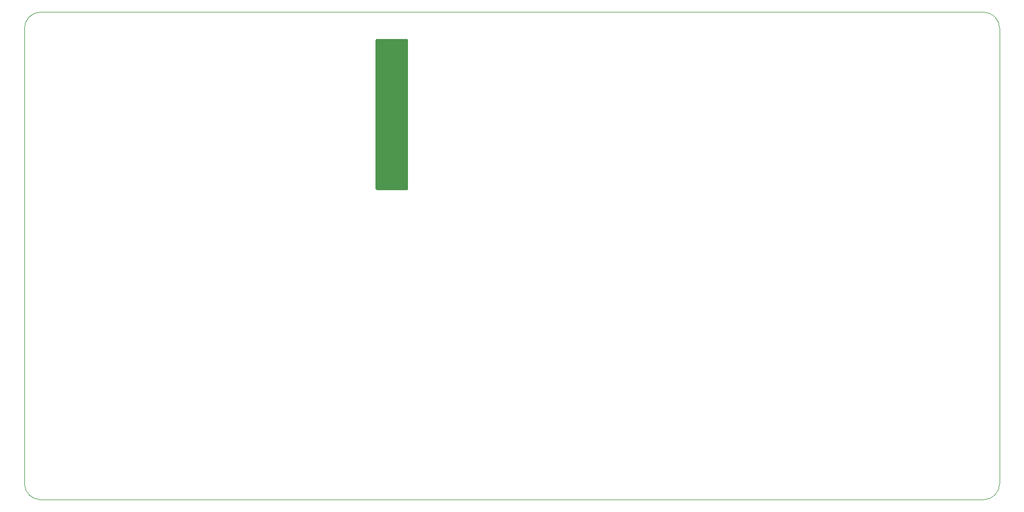
<source format=gbr>
G04*
G04 #@! TF.GenerationSoftware,Altium Limited,Altium Designer,25.5.2 (35)*
G04*
G04 Layer_Color=0*
%FSLAX25Y25*%
%MOIN*%
G70*
G04*
G04 #@! TF.SameCoordinates,CCCDE38D-7695-4EB3-ABC8-F25FB468ABE4*
G04*
G04*
G04 #@! TF.FilePolarity,Positive*
G04*
G01*
G75*
%ADD217C,0.00100*%
G36*
X316000Y291500D02*
Y382500D01*
Y382699D01*
X316152Y383066D01*
X316434Y383348D01*
X316801Y383500D01*
X317000D01*
D01*
X335000D01*
X335199D01*
X335566Y383348D01*
X335848Y383066D01*
X336000Y382699D01*
Y382500D01*
D01*
Y291500D01*
Y291301D01*
X335848Y290933D01*
X335566Y290652D01*
X335199Y290500D01*
X335000D01*
D01*
X317000D01*
X316801D01*
X316434Y290652D01*
X316152Y290933D01*
X316000Y291301D01*
Y291500D01*
D01*
D02*
G37*
D217*
X100000Y110000D02*
X100000Y390000D01*
D02*
G02*
X110000Y400000I10000J0D01*
G01*
X689980Y400000D01*
D02*
G02*
X700000Y390000I20J-10000D01*
G01*
X700000Y110014D01*
D02*
G02*
X690000Y100000I-10000J-14D01*
G01*
X110000Y100000D01*
D02*
G02*
X100000Y110000I-0J10000D01*
G01*
M02*

</source>
